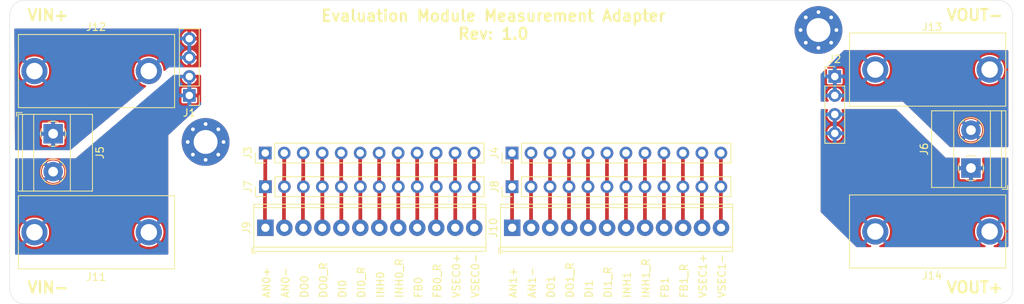
<source format=kicad_pcb>
(kicad_pcb (version 20211014) (generator pcbnew)
  (layers (0 "F.Cu" signal) (31 "B.Cu" signal) (34 "B.Paste" user) (35 "F.Paste" user) (36 "B.SilkS" user "B.Silkscreen") (37 "F.SilkS" user "F.Silkscreen") (38 "B.Mask" user) (39 "F.Mask" user) (44 "Edge.Cuts" user))
  (net 0 "")
  (net 1 "Net-(J1-Pad3)")
  (net 2 "Net-(J1-Pad1)")
  (net 3 "Net-(J3-Pad12)")
  (net 4 "Net-(J3-Pad11)")
  (net 5 "Net-(J3-Pad10)")
  (net 6 "Net-(J3-Pad9)")
  (net 7 "Net-(J3-Pad8)")
  (net 8 "Net-(J3-Pad7)")
  (net 9 "Net-(J3-Pad6)")
  (net 10 "Net-(J3-Pad5)")
  (net 11 "Net-(J3-Pad4)")
  (net 12 "Net-(J3-Pad3)")
  (net 13 "Net-(J3-Pad2)")
  (net 14 "Net-(J3-Pad1)")
  (net 15 "Net-(J14-Pad1)")
  (net 16 "Net-(J13-Pad1)")
  (net 17 "Net-(J10-Pad12)")
  (net 18 "Net-(J10-Pad11)")
  (net 19 "Net-(J10-Pad10)")
  (net 20 "Net-(J10-Pad9)")
  (net 21 "Net-(J10-Pad8)")
  (net 22 "Net-(J10-Pad7)")
  (net 23 "Net-(J10-Pad6)")
  (net 24 "Net-(J10-Pad5)")
  (net 25 "Net-(J10-Pad4)")
  (net 26 "Net-(J10-Pad3)")
  (net 27 "Net-(J10-Pad2)")
  (net 28 "Net-(J10-Pad1)")
  (footprint "MountingHole:MountingHole_3.2mm_M3_Pad_Via" (layer "F.Cu") (at 84 79)
    (fp_text reference "H1" hide)
    (fp_text value "MountingHole" hide)
    (pad "1" thru_hole circle locked (at 0 -2.4) (size 0.8 0.8) (drill 0.5) (layers *.Cu *.Mask))
    (pad "1" thru_hole circle locked (at 1.697056 1.697056) (size 0.8 0.8) (drill 0.5) (layers *.Cu *.Mask))
    (pad "1" thru_hole circle locked (at -1.697056 1.697056) (size 0.8 0.8) (drill 0.5) (layers *.Cu *.Mask))
    (pad "1" thru_hole circle locked (at 1.697056 -1.697056) (size 0.8 0.8) (drill 0.5) (layers *.Cu *.Mask))
    (pad "1" thru_hole circle locked (at 2.4 0) (size 0.8 0.8) (drill 0.5) (layers *.Cu *.Mask))
    (pad "1" thru_hole circle locked (at -2.4 0) (size 0.8 0.8) (drill 0.5) (layers *.Cu *.Mask))
    (pad "1" thru_hole circle locked (at 0 2.4) (size 0.8 0.8) (drill 0.5) (layers *.Cu *.Mask))
    (pad "1" thru_hole circle locked (at 0 0) (size 6.4 6.4) (drill 3.2) (layers *.Cu *.Mask))
    (pad "1" thru_hole circle locked (at -1.697056 -1.697056) (size 0.8 0.8) (drill 0.5) (layers *.Cu *.Mask))
  )
  (footprint "MountingHole:MountingHole_3.2mm_M3_Pad_Via" (layer "F.Cu") (at 166 64)
    (fp_text reference "H2" hide)
    (fp_text value "MountingHole" hide)
    (pad "1" thru_hole circle locked (at -2.4 0) (size 0.8 0.8) (drill 0.5) (layers *.Cu *.Mask))
    (pad "1" thru_hole circle locked (at 0 0) (size 6.4 6.4) (drill 3.2) (layers *.Cu *.Mask))
    (pad "1" thru_hole circle locked (at 2.4 0) (size 0.8 0.8) (drill 0.5) (layers *.Cu *.Mask))
    (pad "1" thru_hole circle locked (at 1.697056 1.697056) (size 0.8 0.8) (drill 0.5) (layers *.Cu *.Mask))
    (pad "1" thru_hole circle locked (at -1.697056 -1.697056) (size 0.8 0.8) (drill 0.5) (layers *.Cu *.Mask))
    (pad "1" thru_hole circle locked (at 0 2.4) (size 0.8 0.8) (drill 0.5) (layers *.Cu *.Mask))
    (pad "1" thru_hole circle locked (at -1.697056 1.697056) (size 0.8 0.8) (drill 0.5) (layers *.Cu *.Mask))
    (pad "1" thru_hole circle locked (at 1.697056 -1.697056) (size 0.8 0.8) (drill 0.5) (layers *.Cu *.Mask))
    (pad "1" thru_hole circle locked (at 0 -2.4) (size 0.8 0.8) (drill 0.5) (layers *.Cu *.Mask))
  )
  (footprint "Connector_PinHeader_2.54mm:PinHeader_1x04_P2.54mm_Vertical" (layer "F.Cu") (at 81.82 72.77 180)
    (fp_text reference "J1" (at 0 -2.33) (layer "F.SilkS"))
    (fp_text value "Conn_01x04_Female")
    (fp_line (start -1.33 8.95) (end 1.33 8.95) (layer "F.SilkS") (width 0.12))
    (fp_line (start -1.33 1.27) (end -1.33 8.95) (layer "F.SilkS") (width 0.12))
    (fp_line (start -1.33 -1.33) (end 0 -1.33) (layer "F.SilkS") (width 0.12))
    (fp_line (start 1.33 1.27) (end 1.33 8.95) (layer "F.SilkS") (width 0.12))
    (fp_line (start -1.33 0) (end -1.33 -1.33) (layer "F.SilkS") (width 0.12))
    (fp_line (start -1.33 1.27) (end 1.33 1.27) (layer "F.SilkS") (width 0.12))
    (pad "1" thru_hole rect locked (at 0 0 180) (size 1.7 1.7) (drill 1) (layers *.Cu *.Mask) (net 2 "Net-(J1-Pad1)"))
    (pad "2" thru_hole oval locked (at 0 2.54 180) (size 1.7 1.7) (drill 1) (layers *.Cu *.Mask) (net 2 "Net-(J1-Pad1)"))
    (pad "3" thru_hole oval locked (at 0 5.08 180) (size 1.7 1.7) (drill 1) (layers *.Cu *.Mask) (net 1 "Net-(J1-Pad3)"))
    (pad "4" thru_hole oval locked (at 0 7.62 180) (size 1.7 1.7) (drill 1) (layers *.Cu *.Mask) (net 1 "Net-(J1-Pad3)"))
  )
  (footprint "Connector_PinHeader_2.54mm:PinHeader_1x12_P2.54mm_Vertical" (layer "F.Cu") (at 91.98 80.48 90)
    (fp_text reference "J3" (at 0 -2.33 90) (layer "F.SilkS"))
    (fp_text value "Conn_01x12_Female")
    (fp_line (start -1.33 29.27) (end 1.33 29.27) (layer "F.SilkS") (width 0.12))
    (fp_line (start -1.33 1.27) (end -1.33 29.27) (layer "F.SilkS") (width 0.12))
    (fp_line (start -1.33 0) (end -1.33 -1.33) (layer "F.SilkS") (width 0.12))
    (fp_line (start 1.33 1.27) (end 1.33 29.27) (layer "F.SilkS") (width 0.12))
    (fp_line (start -1.33 -1.33) (end 0 -1.33) (layer "F.SilkS") (width 0.12))
    (fp_line (start -1.33 1.27) (end 1.33 1.27) (layer "F.SilkS") (width 0.12))
    (pad "1" thru_hole rect locked (at 0 0 90) (size 1.7 1.7) (drill 1) (layers *.Cu *.Mask) (net 14 "Net-(J3-Pad1)"))
    (pad "2" thru_hole oval locked (at 0 2.54 90) (size 1.7 1.7) (drill 1) (layers *.Cu *.Mask) (net 13 "Net-(J3-Pad2)"))
    (pad "3" thru_hole oval locked (at 0 5.08 90) (size 1.7 1.7) (drill 1) (layers *.Cu *.Mask) (net 12 "Net-(J3-Pad3)"))
    (pad "4" thru_hole oval locked (at 0 7.62 90) (size 1.7 1.7) (drill 1) (layers *.Cu *.Mask) (net 11 "Net-(J3-Pad4)"))
    (pad "5" thru_hole oval locked (at 0 10.16 90) (size 1.7 1.7) (drill 1) (layers *.Cu *.Mask) (net 10 "Net-(J3-Pad5)"))
    (pad "6" thru_hole oval locked (at 0 12.7 90) (size 1.7 1.7) (drill 1) (layers *.Cu *.Mask) (net 9 "Net-(J3-Pad6)"))
    (pad "7" thru_hole oval locked (at 0 15.24 90) (size 1.7 1.7) (drill 1) (layers *.Cu *.Mask) (net 8 "Net-(J3-Pad7)"))
    (pad "8" thru_hole oval locked (at 0 17.78 90) (size 1.7 1.7) (drill 1) (layers *.Cu *.Mask) (net 7 "Net-(J3-Pad8)"))
    (pad "9" thru_hole oval locked (at 0 20.32 90) (size 1.7 1.7) (drill 1) (layers *.Cu *.Mask) (net 6 "Net-(J3-Pad9)"))
    (pad "10" thru_hole oval locked (at 0 22.86 90) (size 1.7 1.7) (drill 1) (layers *.Cu *.Mask) (net 5 "Net-(J3-Pad10)"))
    (pad "11" thru_hole oval locked (at 0 25.4 90) (size 1.7 1.7) (drill 1) (layers *.Cu *.Mask) (net 4 "Net-(J3-Pad11)"))
    (pad "12" thru_hole oval locked (at 0 27.94 90) (size 1.7 1.7) (drill 1) (layers *.Cu *.Mask) (net 3 "Net-(J3-Pad12)"))
  )
  (footprint "Connector_PinHeader_2.54mm:PinHeader_1x12_P2.54mm_Vertical" (layer "F.Cu") (at 125 80.48 90)
    (fp_text reference "J4" (at 0 -2.33 90) (layer "F.SilkS"))
    (fp_text value "Conn_01x12_Female")
    (fp_line (start 1.33 1.27) (end 1.33 29.27) (layer "F.SilkS") (width 0.12))
    (fp_line (start -1.33 1.27) (end 1.33 1.27) (layer "F.SilkS") (width 0.12))
    (fp_line (start -1.33 -1.33) (end 0 -1.33) (layer "F.SilkS") (width 0.12))
    (fp_line (start -1.33 1.27) (end -1.33 29.27) (layer "F.SilkS") (width 0.12))
    (fp_line (start -1.33 0) (end -1.33 -1.33) (layer "F.SilkS") (width 0.12))
    (fp_line (start -1.33 29.27) (end 1.33 29.27) (layer "F.SilkS") (width 0.12))
    (pad "1" thru_hole rect locked (at 0 0 90) (size 1.7 1.7) (drill 1) (layers *.Cu *.Mask) (net 28 "Net-(J10-Pad1)"))
    (pad "2" thru_hole oval locked (at 0 2.54 90) (size 1.7 1.7) (drill 1) (layers *.Cu *.Mask) (net 27 "Net-(J10-Pad2)"))
    (pad "3" thru_hole oval locked (at 0 5.08 90) (size 1.7 1.7) (drill 1) (layers *.Cu *.Mask) (net 26 "Net-(J10-Pad3)"))
    (pad "4" thru_hole oval locked (at 0 7.62 90) (size 1.7 1.7) (drill 1) (layers *.Cu *.Mask) (net 25 "Net-(J10-Pad4)"))
    (pad "5" thru_hole oval locked (at 0 10.16 90) (size 1.7 1.7) (drill 1) (layers *.Cu *.Mask) (net 24 "Net-(J10-Pad5)"))
    (pad "6" thru_hole oval locked (at 0 12.7 90) (size 1.7 1.7) (drill 1) (layers *.Cu *.Mask) (net 23 "Net-(J10-Pad6)"))
    (pad "7" thru_hole oval locked (at 0 15.24 90) (size 1.7 1.7) (drill 1) (layers *.Cu *.Mask) (net 22 "Net-(J10-Pad7)"))
    (pad "8" thru_hole oval locked (at 0 17.78 90) (size 1.7 1.7) (drill 1) (layers *.Cu *.Mask) (net 21 "Net-(J10-Pad8)"))
    (pad "9" thru_hole oval locked (at 0 20.32 90) (size 1.7 1.7) (drill 1) (layers *.Cu *.Mask) (net 20 "Net-(J10-Pad9)"))
    (pad "10" thru_hole oval locked (at 0 22.86 90) (size 1.7 1.7) (drill 1) (layers *.Cu *.Mask) (net 19 "Net-(J10-Pad10)"))
    (pad "11" thru_hole oval locked (at 0 25.4 90) (size 1.7 1.7) (drill 1) (layers *.Cu *.Mask) (net 18 "Net-(J10-Pad11)"))
    (pad "12" thru_hole oval locked (at 0 27.94 90) (size 1.7 1.7) (drill 1) (layers *.Cu *.Mask) (net 17 "Net-(J10-Pad12)"))
  )
  (footprint "Connector_PinHeader_2.54mm:PinHeader_1x04_P2.54mm_Vertical" (layer "F.Cu") (at 168.18 70.23)
    (fp_text reference "J2" (at 0 -2.33) (layer "F.SilkS"))
    (fp_text value "Conn_01x04_Female")
    (fp_line (start -1.33 1.27) (end -1.33 8.95) (layer "F.SilkS") (width 0.12))
    (fp_line (start 1.33 1.27) (end 1.33 8.95) (layer "F.SilkS") (width 0.12))
    (fp_line (start -1.33 8.95) (end 1.33 8.95) (layer "F.SilkS") (width 0.12))
    (fp_line (start -1.33 0) (end -1.33 -1.33) (layer "F.SilkS") (width 0.12))
    (fp_line (start -1.33 1.27) (end 1.33 1.27) (layer "F.SilkS") (width 0.12))
    (fp_line (start -1.33 -1.33) (end 0 -1.33) (layer "F.SilkS") (width 0.12))
    (pad "1" thru_hole rect locked (at 0 0) (size 1.7 1.7) (drill 1) (layers *.Cu *.Mask) (net 16 "Net-(J13-Pad1)"))
    (pad "2" thru_hole oval locked (at 0 2.54) (size 1.7 1.7) (drill 1) (layers *.Cu *.Mask) (net 16 "Net-(J13-Pad1)"))
    (pad "3" thru_hole oval locked (at 0 5.08) (size 1.7 1.7) (drill 1) (layers *.Cu *.Mask) (net 15 "Net-(J14-Pad1)"))
    (pad "4" thru_hole oval locked (at 0 7.62) (size 1.7 1.7) (drill 1) (layers *.Cu *.Mask) (net 15 "Net-(J14-Pad1)"))
  )
  (footprint "TerminalBlock_Phoenix:TerminalBlock_Phoenix_MKDS-1,5-2-5.08_1x02_P5.08mm_Horizontal" (layer "F.Cu") (at 63.6 77.9 -90)
    (fp_text reference "J5" (at 2.54 -6.26 90) (layer "F.SilkS"))
    (fp_text value "Conn_01x02_Female")
    (fp_line (start -2.6 -5.261) (end -2.6 4.66) (layer "F.SilkS") (width 0.12))
    (fp_line (start 6.355 -1.069) (end 6.308 -1.023) (layer "F.SilkS") (width 0.12))
    (fp_line (start -2.84 4.9) (end -2.34 4.9) (layer "F.SilkS") (width 0.12))
    (fp_line (start 4.046 1.239) (end 4.011 1.274) (layer "F.SilkS") (width 0.12))
    (fp_line (start -2.6 4.66) (end 7.68 4.66) (layer "F.SilkS") (width 0.12))
    (fp_line (start -2.6 -5.261) (end 7.68 -5.261) (layer "F.SilkS") (width 0.12))
    (fp_line (start -2.6 2.6) (end 7.68 2.6) (layer "F.SilkS") (width 0.12))
    (fp_line (start -2.84 4.16) (end -2.84 4.9) (layer "F.SilkS") (width 0.12))
    (fp_line (start 7.68 -5.261) (end 7.68 4.66) (layer "F.SilkS") (width 0.12))
    (fp_line (start -2.6 -2.301) (end 7.68 -2.301) (layer "F.SilkS") (width 0.12))
    (fp_line (start 6.15 -1.275) (end 6.115 -1.239) (layer "F.SilkS") (width 0.12))
    (fp_line (start 3.853 1.023) (end 3.806 1.069) (layer "F.SilkS") (width 0.12))
    (fp_line (start -2.6 4.1) (end 7.68 4.1) (layer "F.SilkS") (width 0.12))
    (fp_arc (start 0.028805 1.680253) (mid -0.335551 1.646659) (end -0.684 1.535) (layer "F.SilkS") (width 0.12))
    (fp_arc (start -0.683042 -1.535427) (mid 0.000524 -1.680501) (end 0.684 -1.535) (layer "F.SilkS") (width 0.12))
    (fp_arc (start 1.535427 -0.683042) (mid 1.680501 0.000524) (end 1.535 0.684) (layer "F.SilkS") (width 0.12))
    (fp_arc (start 0.683318 1.534756) (mid 0.349292 1.643288) (end 0 1.68) (layer "F.SilkS") (width 0.12))
    (fp_arc (start -1.535427 0.683042) (mid -1.680501 -0.000524) (end -1.535 -0.684) (layer "F.SilkS") (width 0.12))
    (fp_circle (center 5.08 0) (end 6.76 0) (layer "F.SilkS") (width 0.12) (fill none))
    (pad "1" thru_hole rect locked (at 0 0 270) (size 2.6 2.6) (drill 1.3) (layers *.Cu *.Mask) (net 1 "Net-(J1-Pad3)"))
    (pad "2" thru_hole circle locked (at 5.08 0 270) (size 2.6 2.6) (drill 1.3) (layers *.Cu *.Mask) (net 2 "Net-(J1-Pad1)"))
  )
  (footprint "Connector_PinHeader_2.54mm:PinHeader_1x12_P2.54mm_Vertical" (layer "F.Cu") (at 92 85 90)
    (fp_text reference "J7" (at 0 -2.33 90) (layer "F.SilkS"))
    (fp_text value "Conn_01x12_Male")
    (fp_line (start -1.33 29.27) (end 1.33 29.27) (layer "F.SilkS") (width 0.12))
    (fp_line (start -1.33 1.27) (end 1.33 1.27) (layer "F.SilkS") (width 0.12))
    (fp_line (start -1.33 0) (end -1.33 -1.33) (layer "F.SilkS") (width 0.12))
    (fp_line (start -1.33 -1.33) (end 0 -1.33) (layer "F.SilkS") (width 0.12))
    (fp_line (start -1.33 1.27) (end -1.33 29.27) (layer "F.SilkS") (width 0.12))
    (fp_line (start 1.33 1.27) (end 1.33 29.27) (layer "F.SilkS") (width 0.12))
    (pad "1" thru_hole rect locked (at 0 0 90) (size 1.7 1.7) (drill 1) (layers *.Cu *.Mask) (net 14 "Net-(J3-Pad1)"))
    (pad "2" thru_hole oval locked (at 0 2.54 90) (size 1.7 1.7) (drill 1) (layers *.Cu *.Mask) (net 13 "Net-(J3-Pad2)"))
    (pad "3" thru_hole oval locked (at 0 5.08 90) (size 1.7 1.7) (drill 1) (layers *.Cu *.Mask) (net 12 "Net-(J3-Pad3)"))
    (pad "4" thru_hole oval locked (at 0 7.62 90) (size 1.7 1.7) (drill 1) (layers *.Cu *.Mask) (net 11 "Net-(J3-Pad4)"))
    (pad "5" thru_hole oval locked (at 0 10.16 90) (size 1.7 1.7) (drill 1) (layers *.Cu *.Mask) (net 10 "Net-(J3-Pad5)"))
    (pad "6" thru_hole oval locked (at 0 12.7 90) (size 1.7 1.7) (drill 1) (layers *.Cu *.Mask) (net 9 "Net-(J3-Pad6)"))
    (pad "7" thru_hole oval locked (at 0 15.24 90) (size 1.7 1.7) (drill 1) (layers *.Cu *.Mask) (net 8 "Net-(J3-Pad7)"))
    (pad "8" thru_hole oval locked (at 0 17.78 90) (size 1.7 1.7) (drill 1) (layers *.Cu *.Mask) (net 7 "Net-(J3-Pad8)"))
    (pad "9" thru_hole oval locked (at 0 20.32 90) (size 1.7 1.7) (drill 1) (layers *.Cu *.Mask) (net 6 "Net-(J3-Pad9)"))
    (pad "10" thru_hole oval locked (at 0 22.86 90) (size 1.7 1.7) (drill 1) (layers *.Cu *.Mask) (net 5 "Net-(J3-Pad10)"))
    (pad "11" thru_hole oval locked (at 0 25.4 90) (size 1.7 1.7) (drill 1) (layers *.Cu *.Mask) (net 4 "Net-(J3-Pad11)"))
    (pad "12" thru_hole oval locked (at 0 27.94 90) (size 1.7 1.7) (drill 1) (layers *.Cu *.Mask) (net 3 "Net-(J3-Pad12)"))
  )
  (footprint "Connector_PinHeader_2.54mm:PinHeader_1x12_P2.54mm_Vertical" (layer "F.Cu") (at 125 85 90)
    (fp_text reference "J8" (at 0 -2.33 90) (layer "F.SilkS"))
    (fp_text value "Conn_01x12_Male")
    (fp_line (start -1.33 0) (end -1.33 -1.33) (layer "F.SilkS") (width 0.12))
    (fp_line (start -1.33 -1.33) (end 0 -1.33) (layer "F.SilkS") (width 0.12))
    (fp_line (start -1.33 1.27) (end -1.33 29.27) (layer "F.SilkS") (width 0.12))
    (fp_line (start -1.33 1.27) (end 1.33 1.27) (layer "F.SilkS") (width 0.12))
    (fp_line (start -1.33 29.27) (end 1.33 29.27) (layer "F.SilkS") (width 0.12))
    (fp_line (start 1.33 1.27) (end 1.33 29.27) (layer "F.SilkS") (width 0.12))
    (pad "1" thru_hole rect locked (at 0 0 90) (size 1.7 1.7) (drill 1) (layers *.Cu *.Mask) (net 28 "Net-(J10-Pad1)"))
    (pad "2" thru_hole oval locked (at 0 2.54 90) (size 1.7 1.7) (drill 1) (layers *.Cu *.Mask) (net 27 "Net-(J10-Pad2)"))
    (pad "3" thru_hole oval locked (at 0 5.08 90) (size 1.7 1.7) (drill 1) (layers *.Cu *.Mask) (net 26 "Net-(J10-Pad3)"))
    (pad "4" thru_hole oval locked (at 0 7.62 90) (size 1.7 1.7) (drill 1) (layers *.Cu *.Mask) (net 25 "Net-(J10-Pad4)"))
    (pad "5" thru_hole oval locked (at 0 10.16 90) (size 1.7 1.7) (drill 1) (layers *.Cu *.Mask) (net 24 "Net-(J10-Pad5)"))
    (pad "6" thru_hole oval locked (at 0 12.7 90) (size 1.7 1.7) (drill 1) (layers *.Cu *.Mask) (net 23 "Net-(J10-Pad6)"))
    (pad "7" thru_hole oval locked (at 0 15.24 90) (size 1.7 1.7) (drill 1) (layers *.Cu *.Mask) (net 22 "Net-(J10-Pad7)"))
    (pad "8" thru_hole oval locked (at 0 17.78 90) (size 1.7 1.7) (drill 1) (layers *.Cu *.Mask) (net 21 "Net-(J10-Pad8)"))
    (pad "9" thru_hole oval locked (at 0 20.32 90) (size 1.7 1.7) (drill 1) (layers *.Cu *.Mask) (net 20 "Net-(J10-Pad9)"))
    (pad "10" thru_hole oval locked (at 0 22.86 90) (size 1.7 1.7) (drill 1) (layers *.Cu *.Mask) (net 19 "Net-(J10-Pad10)"))
    (pad "11" thru_hole oval locked (at 0 25.4 90) (size 1.7 1.7) (drill 1) (layers *.Cu *.Mask) (net 18 "Net-(J10-Pad11)"))
    (pad "12" thru_hole oval locked (at 0 27.94 90) (size 1.7 1.7) (drill 1) (layers *.Cu *.Mask) (net 17 "Net-(J10-Pad12)"))
  )
  (footprint "TerminalBlock_Phoenix:TerminalBlock_Phoenix_MPT-0,5-12-2.54_1x12_P2.54mm_Horizontal" (layer "F.Cu") (at 125.02 90.5)
    (fp_text reference "J10" (at -2.52 0 90) (layer "F.SilkS"))
    (fp_text value "Conn_01x12_Female")
    (fp_line (start -1.8 2.66) (end -1.8 3.4) (layer "F.SilkS") (width 0.12))
    (fp_line (start -1.56 -3.16) (end 29.501 -3.16) (layer "F.SilkS") (width 0.12))
    (fp_line (start -1.8 3.4) (end -1.3 3.4) (layer "F.SilkS") (width 0.12))
    (fp_line (start -1.56 2.6) (end 29.501 2.6) (layer "F.SilkS") (width 0.12))
    (fp_line (start 29.501 -3.16) (end 29.501 3.16) (layer "F.SilkS") (width 0.12))
    (fp_line (start -1.56 -3.16) (end -1.56 3.16) (layer "F.SilkS") (width 0.12))
    (fp_line (start -1.56 -2.7) (end 29.501 -2.7) (layer "F.SilkS") (width 0.12))
    (fp_line (start -1.56 3.16) (end 29.501 3.16) (layer "F.SilkS") (width 0.12))
    (pad "1" thru_hole rect locked (at 0 0) (size 2.2 2.2) (drill 1.1) (layers *.Cu *.Mask) (net 28 "Net-(J10-Pad1)"))
    (pad "2" thru_hole circle locked (at 2.54 0) (size 2.2 2.2) (drill 1.1) (layers *.Cu *.Mask) (net 27 "Net-(J10-Pad2)"))
    (pad "3" thru_hole circle locked (at 5.08 0) (size 2.2 2.2) (drill 1.1) (layers *.Cu *.Mask) (net 26 "Net-(J10-Pad3)"))
    (pad "4" thru_hole circle locked (at 7.62 0) (size 2.2 2.2) (drill 1.1) (layers *.Cu *.Mask) (net 25 "Net-(J10-Pad4)"))
    (pad "5" thru_hole circle locked (at 10.16 0) (size 2.2 2.2) (drill 1.1) (layers *.Cu *.Mask) (net 24 "Net-(J10-Pad5)"))
    (pad "6" thru_hole circle locked (at 12.7 0) (size 2.2 2.2) (drill 1.1) (layers *.Cu *.Mask) (net 23 "Net-(J10-Pad6)"))
    (pad "7" thru_hole circle locked (at 15.24 0) (size 2.2 2.2) (drill 1.1) (layers *.Cu *.Mask) (net 22 "Net-(J10-Pad7)"))
    (pad "8" thru_hole circle locked (at 17.78 0) (size 2.2 2.2) (drill 1.1) (layers *.Cu *.Mask) (net 21 "Net-(J10-Pad8)"))
    (pad "9" thru_hole circle locked (at 20.32 0) (size 2.2 2.2) (drill 1.1) (layers *.Cu *.Mask) (net 20 "Net-(J10-Pad9)"))
    (pad "10" thru_hole circle locked (at 22.86 0) (size 2.2 2.2) (drill 1.1) (layers *.Cu *.Mask) (net 19 "Net-(J10-Pad10)"))
    (pad "11" thru_hole circle locked (at 25.4 0) (size 2.2 2.2) (drill 1.1) (layers *.Cu *.Mask) (net 18 "Net-(J10-Pad11)"))
    (pad "12" thru_hole circle locked (at 27.94 0) (size 2.2 2.2) (drill 1.1) (layers *.Cu *.Mask) (net 17 "Net-(J10-Pad12)"))
  )
  (footprint "Connector:Banana_Jack_2Pin_V2" (layer "F.Cu") (at 76.4 91.1 180)
    (fp_text reference "J11" (at 7.05 -6) (layer "F.SilkS"))
    (fp_text value "Conn_01x01_Female")
    (fp_line (start -3.45 -4.9) (end -3.45 4.9) (layer "F.SilkS") (width 0.12))
    (fp_line (start 17.45 4.9) (end 17.45 0) (layer "F.SilkS") (width 0.12))
    (fp_line (start 17.45 -4.9) (end -3.45 -4.9) (layer "F.SilkS") (width 0.12))
    (fp_line (start -3.45 4.9) (end 17.45 4.9) (layer "F.SilkS") (width 0.12))
    (fp_line (start 17.45 0) (end 17.45 -4.9) (layer "F.SilkS") (width 0.12))
    (pad "1" thru_hole circle locked (at 15.3 0 180) (size 3.5 3.5) (drill 2.2) (layers *.Cu *.Mask) (net 2 "Net-(J1-Pad1)"))
    (pad "1" thru_hole circle locked (at 0 0 180) (size 3.5 3.5) (drill 2.2) (layers *.Cu *.Mask) (net 2 "Net-(J1-Pad1)"))
  )
  (footprint "Connector:Banana_Jack_2Pin_V2" (layer "F.Cu") (at 76.4 69.5 180)
    (fp_text reference "J12" (at 7.05 5.9) (layer "F.SilkS"))
    (fp_text value "Conn_01x01_Female")
    (fp_line (start -3.45 4.9) (end 17.45 4.9) (layer "F.SilkS") (width 0.12))
    (fp_line (start 17.45 0) (end 17.45 -4.9) (layer "F.SilkS") (width 0.12))
    (fp_line (start 17.45 -4.9) (end -3.45 -4.9) (layer "F.SilkS") (width 0.12))
    (fp_line (start -3.45 -4.9) (end -3.45 4.9) (layer "F.SilkS") (width 0.12))
    (fp_line (start 17.45 4.9) (end 17.45 0) (layer "F.SilkS") (width 0.12))
    (pad "1" thru_hole circle locked (at 15.3 0 180) (size 3.5 3.5) (drill 2.2) (layers *.Cu *.Mask) (net 1 "Net-(J1-Pad3)"))
    (pad "1" thru_hole circle locked (at 0 0 180) (size 3.5 3.5) (drill 2.2) (layers *.Cu *.Mask) (net 1 "Net-(J1-Pad3)"))
  )
  (footprint "TerminalBlock_Phoenix:TerminalBlock_Phoenix_MKDS-1,5-2-5.08_1x02_P5.08mm_Horizontal" (layer "F.Cu") (at 186.4 82.5 90)
    (fp_text reference "J6" (at 2.54 -6.26 90) (layer "F.SilkS"))
    (fp_text value "Conn_01x02_Female")
    (fp_line (start -2.6 4.66) (end 7.68 4.66) (layer "F.SilkS") (width 0.12))
    (fp_line (start -2.84 4.9) (end -2.34 4.9) (layer "F.SilkS") (width 0.12))
    (fp_line (start -2.6 4.1) (end 7.68 4.1) (layer "F.SilkS") (width 0.12))
    (fp_line (start -2.84 4.16) (end -2.84 4.9) (layer "F.SilkS") (width 0.12))
    (fp_line (start -2.6 -5.261) (end -2.6 4.66) (layer "F.SilkS") (width 0.12))
    (fp_line (start -2.6 -5.261) (end 7.68 -5.261) (layer "F.SilkS") (width 0.12))
    (fp_line (start 4.046 1.239) (end 4.011 1.274) (layer "F.SilkS") (width 0.12))
    (fp_line (start 6.15 -1.275) (end 6.115 -1.239) (layer "F.SilkS") (width 0.12))
    (fp_line (start -2.6 2.6) (end 7.68 2.6) (layer "F.SilkS") (width 0.12))
    (fp_line (start 6.355 -1.069) (end 6.308 -1.023) (layer "F.SilkS") (width 0.12))
    (fp_line (start 7.68 -5.261) (end 7.68 4.66) (layer "F.SilkS") (width 0.12))
    (fp_line (start 3.853 1.023) (end 3.806 1.069) (layer "F.SilkS") (width 0.12))
    (fp_line (start -2.6 -2.301) (end 7.68 -2.301) (layer "F.SilkS") (width 0.12))
    (fp_arc (start 0.028805 1.680253) (mid -0.335551 1.646659) (end -0.684 1.535) (layer "F.SilkS") (width 0.12))
    (fp_arc (start 1.535427 -0.683042) (mid 1.680501 0.000524) (end 1.535 0.684) (layer "F.SilkS") (width 0.12))
    (fp_arc (start -1.535427 0.683042) (mid -1.680501 -0.000524) (end -1.535 -0.684) (layer "F.SilkS") (width 0.12))
    (fp_arc (start -0.683042 -1.535427) (mid 0.000524 -1.680501) (end 0.684 -1.535) (layer "F.SilkS") (width 0.12))
    (fp_arc (start 0.683318 1.534756) (mid 0.349292 1.643288) (end 0 1.68) (layer "F.SilkS") (width 0.12))
    (fp_circle (center 5.08 0) (end 6.76 0) (layer "F.SilkS") (width 0.12) (fill none))
    (pad "1" thru_hole rect locked (at 0 0 90) (size 2.6 2.6) (drill 1.3) (layers *.Cu *.Mask) (net 15 "Net-(J14-Pad1)"))
    (pad "2" thru_hole circle locked (at 5.08 0 90) (size 2.6 2.6) (drill 1.3) (layers *.Cu *.Mask) (net 16 "Net-(J13-Pad1)"))
  )
  (footprint "Connector:Banana_Jack_2Pin_V2" (layer "F.Cu") (at 173.6 69.3)
    (fp_text reference "J13" (at 7.6 -5.7) (layer "F.SilkS"))
    (fp_text value "Conn_01x01_Female")
    (fp_line (start 17.45 4.9) (end 17.45 0) (layer "F.SilkS") (width 0.12))
    (fp_line (start 17.45 -4.9) (end -3.45 -4.9) (layer "F.SilkS") (width 0.12))
    (fp_line (start -3.45 4.9) (end 17.45 4.9) (layer "F.SilkS") (width 0.12))
    (fp_line (start -3.45 -4.9) (end -3.45 4.9) (layer "F.SilkS") (width 0.12))
    (fp_line (start 17.45 0) (end 17.45 -4.9) (layer "F.SilkS") (width 0.12))
    (pad "1" thru_hole circle locked (at 15.3 0) (size 3.5 3.5) (drill 2.2) (layers *.Cu *.Mask) (net 16 "Net-(J13-Pad1)"))
    (pad "1" thru_hole circle locked (at 0 0) (size 3.5 3.5) (drill 2.2) (layers *.Cu *.Mask) (net 16 "Net-(J13-Pad1)"))
  )
  (footprint "Connector:Banana_Jack_2Pin_V2" (layer "F.Cu") (at 173.6 91)
    (fp_text reference "J14" (at 7.6 5.9) (layer "F.SilkS"))
    (fp_text value "Conn_01x01_Female")
    (fp_line (start -3.45 4.9) (end 17.45 4.9) (layer "F.SilkS") (width 0.12))
    (fp_line (start 17.45 4.9) (end 17.45 0) (layer "F.SilkS") (width 0.12))
    (fp_line (start 17.45 0) (end 17.45 -4.9) (layer "F.SilkS") (width 0.12))
    (fp_line (start 17.45 -4.9) (end -3.45 -4.9) (layer "F.SilkS") (width 0.12))
    (fp_line (start -3.45 -4.9) (end -3.45 4.9) (layer "F.SilkS") (width 0.12))
    (pad "1" thru_hole circle locked (at 15.3 0) (size 3.5 3.5) (drill 2.2) (layers *.Cu *.Mask) (net 15 "Net-(J14-Pad1)"))
    (pad "1" thru_hole circle locked (at 0 0) (size 3.5 3.5) (drill 2.2) (layers *.Cu *.Mask) (net 15 "Net-(J14-Pad1)"))
  )
  (footprint "TerminalBlock_Phoenix:TerminalBlock_Phoenix_MPT-0,5-12-2.54_1x12_P2.54mm_Horizontal" (layer "F.Cu") (at 92 90.5)
    (fp_text reference "J9" (at -2.54 0 90) (layer "F.SilkS"))
    (fp_text value "Conn_01x12_Female")
    (fp_line (start -1.56 -3.16) (end 29.501 -3.16) (layer "F.SilkS") (width 0.12))
    (fp_line (start -1.8 2.66) (end -1.8 3.4) (layer "F.SilkS") (width 0.12))
    (fp_line (start -1.56 -2.7) (end 29.501 -2.7) (layer "F.SilkS") (width 0.12))
    (fp_line (start 29.501 -3.16) (end 29.501 3.16) (layer "F.SilkS") (width 0.12))
    (fp_line (start -1.56 -3.16) (end -1.56 3.16) (layer "F.SilkS") (width 0.12))
    (fp_line (start -1.56 2.6) (end 29.501 2.6) (layer "F.SilkS") (width 0.12))
    (fp_line (start -1.56 3.16) (end 29.501 3.16) (layer "F.SilkS") (width 0.12))
    (fp_line (start -1.8 3.4) (end -1.3 3.4) (layer "F.SilkS") (width 0.12))
    (pad "1" thru_hole rect locked (at 0 0) (size 2.2 2.2) (drill 1.1) (layers *.Cu *.Mask) (net 14 "Net-(J3-Pad1)"))
    (pad "2" thru_hole circle locked (at 2.54 0) (size 2.2 2.2) (drill 1.1) (layers *.Cu *.Mask) (net 13 "Net-(J3-Pad2)"))
    (pad "3" thru_hole circle locked (at 5.08 0) (size 2.2 2.2) (drill 1.1) (layers *.Cu *.Mask) (net 12 "Net-(J3-Pad3)"))
    (pad "4" thru_hole circle locked (at 7.62 0) (size 2.2 2.2) (drill 1.1) (layers *.Cu *.Mask) (net 11 "Net-(J3-Pad4)"))
    (pad "5" thru_hole circle locked (at 10.16 0) (size 2.2 2.2) (drill 1.1) (layers *.Cu *.Mask) (net 10 "Net-(J3-Pad5)"))
    (pad "6" thru_hole circle locked (at 12.7 0) (size 2.2 2.2) (drill 1.1) (layers *.Cu *.Mask) (net 9 "Net-(J3-Pad6)"))
    (pad "7" thru_hole circle locked (at 15.24 0) (size 2.2 2.2) (drill 1.1) (layers *.Cu *.Mask) (net 8 "Net-(J3-Pad7)"))
    (pad "8" thru_hole circle locked (at 17.78 0) (size 2.2 2.2) (drill 1.1) (layers *.Cu *.Mask) (net 7 "Net-(J3-Pad8)"))
    (pad "9" thru_hole circle locked (at 20.32 0) (size 2.2 2.2) (drill 1.1) (layers *.Cu *.Mask) (net 6 "Net-(J3-Pad9)"))
    (pad "10" thru_hole circle locked (at 22.86 0) (size 2.2 2.2) (drill 1.1) (layers *.Cu *.Mask) (net 5 "Net-(J3-Pad10)"))
    (pad "11" thru_hole circle locked (at 25.4 0) (size 2.2 2.2) (drill 1.1) (layers *.Cu *.Mask) (net 4 "Net-(J3-Pad11)"))
    (pad "12" thru_hole circle locked (at 27.94 0) (size 2.2 2.2) (drill 1.1) (layers *.Cu *.Mask) (net 3 "Net-(J3-Pad12)"))
  )
  (gr_line (start 57.8 81) (end 57.8 62) (layer "Edge.Cuts") (width 0.05))
  (gr_arc (start 190 60) (mid 191.414214 60.585786) (end 192 62) (layer "Edge.Cuts") (width 0.05))
  (gr_line (start 57.8 91.5) (end 57.8 81) (layer "Edge.Cuts") (width 0.05))
  (gr_line (start 187.7 60) (end 187.5 60) (layer "Edge.Cuts") (width 0.05))
  (gr_line (start 189.7 60) (end 187.7 60) (layer "Edge.Cuts") (width 0.05))
  (gr_line (start 190 60) (end 189.7 60) (layer "Edge.Cuts") (width 0.05))
  (gr_line (start 192 91.5) (end 192 96.8) (layer "Edge.Cuts") (width 0.05))
  (gr_line (start 168 60) (end 187.5 60) (layer "Edge.Cuts") (width 0.05))
  (gr_line (start 57.8 91.5) (end 57.8 96.8) (layer "Edge.Cuts") (width 0.05))
  (gr_line (start 82 60) (end 59.8 60) (layer "Edge.Cuts") (width 0.05))
  (gr_line (start 168 100.7) (end 187.5 100.7) (layer "Edge.Cuts") (width 0.05))
  (gr_line (start 59.8 100.7) (end 82 100.7) (layer "Edge.Cuts") (width 0.05))
  (gr_line (start 190 100.7) (end 189.7 100.7) (layer "Edge.Cuts") (width 0.05))
  (gr_line (start 189.7 100.7) (end 187.7 100.7) (layer "Edge.Cuts") (width 0.05))
  (gr_line (start 187.7 100.7) (end 187.5 100.7) (layer "Edge.Cuts") (width 0.05))
  (gr_arc (start 192 98.7) (mid 191.414214 100.114214) (end 190 100.7) (layer "Edge.Cuts") (width 0.05))
  (gr_arc (start 59.8 100.7) (mid 58.385786 100.114214) (end 57.8 98.7) (layer "Edge.Cuts") (width 0.05))
  (gr_line (start 168 100.7) (end 82 100.7) (layer "Edge.Cuts") (width 0.05))
  (gr_line (start 57.8 96.8) (end 57.8 98.7) (layer "Edge.Cuts") (width 0.05))
  (gr_line (start 192 96.8) (end 192 98.7) (layer "Edge.Cuts") (width 0.05))
  (gr_line (start 192 91.5) (end 192 81) (layer "Edge.Cuts") (width 0.05))
  (gr_line (start 192 62) (end 192 81) (layer "Edge.Cuts") (width 0.05))
  (gr_arc (start 57.8 62) (mid 58.385786 60.585786) (end 59.8 60) (layer "Edge.Cuts") (width 0.05))
  (gr_line (start 82 60) (end 168 60) (layer "Edge.Cuts") (width 0.05))
  (gr_text "AN0-" (at 94.688 100 90) (layer "F.SilkS") (effects (font (size 1 1)) (justify left)))
  (gr_text "VSEC0-" (at 120.088 100 90) (layer "F.SilkS") (effects (font (size 1 1)) (justify left)))
  (gr_text "VSEC1+" (at 150.536 100 90) (layer "F.SilkS") (effects (font (size 1 1)) (justify left)))
  (gr_text "VSEC1-" (at 153.076 100 90) (layer "F.SilkS") (effects (font (size 1 1)) (justify left)))
  (gr_text "FB1_R" (at 147.996 100 90) (layer "F.SilkS") (effects (font (size 1 1)) (justify left)))
  (gr_text "AN1+" (at 125.136 100 90) (layer "F.SilkS") (effects (font (size 1 1)) (justify left)))
  (gr_text "AN1-" (at 127.676 100 90) (layer "F.SilkS") (effects (font (size 1 1)) (justify left)))
  (gr_text "INH1" (at 140.376 100 90) (layer "F.SilkS") (effects (font (size 1 1)) (justify left)))
  (gr_text "INH1_R" (at 142.916 100 90) (layer "F.SilkS") (effects (font (size 1 1)) (justify left)))
  (gr_text "DO1_R\n" (at 132.756 100 90) (layer "F.SilkS") (effects (font (size 1 1)) (justify left)))
  (gr_text "DI1_R" (at 137.836 100 90) (layer "F.SilkS") (effects (font (size 1 1)) (justify left)))
  (gr_text "DO1" (at 130.216 100 90) (layer "F.SilkS") (effects (font (size 1 1)) (justify left)))
  (gr_text "DO0" (at 97.228 100 90) (layer "F.SilkS") (effects (font (size 1 1)) (justify left)))
  (gr_text "DI0" (at 102.308 100 90) (layer "F.SilkS") (effects (font (size 1 1)) (justify left)))
  (gr_text "DI1" (at 135.296 100 90) (layer "F.SilkS") (effects (font (size 1 1)) (justify left)))
  (gr_text "FB1" (at 145.456 100 90) (layer "F.SilkS") (effects (font (size 1 1)) (justify left)))
  (gr_text "DO0_R\n" (at 99.768 100 90) (layer "F.SilkS") (effects (font (size 1 1)) (justify left)))
  (gr_text "FB0" (at 112.468 100 90) (layer "F.SilkS") (effects (font (size 1 1)) (justify left)))
  (gr_text "VOUT+" (at 183 98.5) (layer "F.SilkS") (effects (font (size 1.5 1.5) (thickness 0.3)) (justify left)))
  (gr_text "VIN-" (at 60 98.5) (layer "F.SilkS") (effects (font (size 1.5 1.5) (thickness 0.3)) (justify left)))
  (gr_text "VIN+" (at 60 62) (layer "F.SilkS") (effects (font (size 1.5 1.5) (thickness 0.3)) (justify left)))
  (gr_text "DI0_R" (at 104.848 100 90) (layer "F.SilkS") (effects (font (size 1 1)) (justify left)))
  (gr_text "AN0+" (at 92.148 100 90) (layer "F.SilkS") (effects (font (size 1 1)) (justify left)))
  (gr_text "INH0" (at 107.388 100 90) (layer "F.SilkS") (effects (font (size 1 1)) (justify left)))
  (gr_text "VSEC0+" (at 117.548 100 90) (layer "F.SilkS") (effects (font (size 1 1)) (justify left)))
  (gr_text "Evaluation Module Measurement Adapter\nRev: 1.0\n" (at 122.5 63.3) (layer "F.SilkS") (effects (font (size 1.5 1.5) (thickness 0.3))))
  (gr_text "FB0_R" (at 115 100 90) (layer "F.SilkS") (effects (font (size 1 1)) (justify left)))
  (gr_text "INH0_R" (at 109.928 100 90) (layer "F.SilkS") (effects (font (size 1 1)) (justify left)))
  (gr_text "VOUT-" (at 183 62) (layer "F.SilkS") (effects (font (size 1.5 1.5) (thickness 0.3)) (justify left)))
  (segment (start 119.94 89.64) (end 119.88 89.7) (width 0.5) (layer "F.Cu") (net 3))
  (segment (start 119.92 84.18) (end 119.94 84.2) (width 0.5) (layer "F.Cu") (net 3))
  (segment (start 119.94 84.2) (end 119.94 89.64) (width 0.5) (layer "F.Cu") (net 3))
  (segment (start 119.92 80.48) (end 119.92 84.18) (width 0.5) (layer "F.Cu") (net 3))
  (segment (start 117.4 89.64) (end 117.34 89.7) (width 0.5) (layer "F.Cu") (net 4))
  (segment (start 117.38 80.48) (end 117.38 84.18) (width 0.5) (layer "F.Cu") (net 4))
  (segment (start 117.38 84.18) (end 117.4 84.2) (width 0.5) (layer "F.Cu") (net 4))
  (segment (start 117.4 84.2) (end 117.4 89.64) (width 0.5) (layer "F.Cu") (net 4))
  (segment (start 114.84 84.18) (end 114.86 84.2) (width 0.5) (layer "F.Cu") (net 5))
  (segment (start 114.86 84.2) (end 114.86 89.64) (width 0.5) (layer "F.Cu") (net 5))
  (segment (start 114.84 80.48) (end 114.84 84.18) (width 0.5) (layer "F.Cu") (net 5))
  (segment (start 114.86 89.64) (end 114.8 89.7) (width 0.5) (layer "F.Cu") (net 5))
  (segment (start 112.32 89.64) (end 112.26 89.7) (width 0.5) (layer "F.Cu") (net 6))
  (segment (start 112.3 84.18) (end 112.32 84.2) (width 0.5) (layer "F.Cu") (net 6))
  (segment (start 112.32 84.2) (end 112.32 89.64) (width 0.5) (layer "F.Cu") (net 6))
  (segment (start 112.3 80.48) (end 112.3 84.18) (width 0.5) (layer "F.Cu") (net 6))
  (segment (start 109.78 89.64) (end 109.72 89.7) (width 0.5) (layer "F.Cu") (net 7))
  (segment (start 109.78 84.2) (end 109.78 89.64) (width 0.5) (layer "F.Cu") (net 7))
  (segment (start 109.76 80.48) (end 109.76 84.18) (width 0.5) (layer "F.Cu") (net 7))
  (segment (start 109.76 84.18) (end 109.78 84.2) (width 0.5) (layer "F.Cu") (net 7))
  (segment (start 107.22 84.18) (end 107.24 84.2) (width 0.5) (layer "F.Cu") (net 8))
  (segment (start 107.22 80.48) (end 107.22 84.18) (width 0.5) (layer "F.Cu") (net 8))
  (segment (start 107.24 89.64) (end 107.18 89.7) (width 0.5) (layer "F.Cu") (net 8))
  (segment (start 107.24 84.2) (end 107.24 89.64) (width 0.5) (layer "F.Cu") (net 8))
  (segment (start 104.7 84.2) (end 104.7 89.64) (width 0.5) (layer "F.Cu") (net 9))
  (segment (start 104.68 84.18) (end 104.7 84.2) (width 0.5) (layer "F.Cu") (net 9))
  (segment (start 104.68 80.48) (end 104.68 84.18) (width 0.5) (layer "F.Cu") (net 9))
  (segment (start 104.7 89.64) (end 104.64 89.7) (width 0.5) (layer "F.Cu") (net 9))
  (segment (start 102.14 80.48) (end 102.14 84.18) (width 0.5) (layer "F.Cu") (net 10))
  (segment (start 102.14 84.18) (end 102.16 84.2) (width 0.5) (layer "F.Cu") (net 10))
  (segment (start 102.16 89.64) (end 102.1 89.7) (width 0.5) (layer "F.Cu") (net 10))
  (segment (start 102.16 84.2) (end 102.16 89.64) (width 0.5) (layer "F.Cu") (net 10))
  (segment (start 99.62 84.2) (end 99.62 89.64) (width 0.5) (layer "F.Cu") (net 11))
  (segment (start 99.6 80.48) (end 99.6 84.16) (width 0.5) (layer "F.Cu") (net 11))
  (segment (start 99.62 89.64) (end 99.56 89.7) (width 0.5) (layer "F.Cu") (net 11))
  (segment (start 99.6 84.16) (end 99.56 84.2) (width 0.5) (layer "F.Cu") (net 11))
  (segment (start 97.06 84.16) (end 97.02 84.2) (width 0.5) (layer "F.Cu") (net 12))
  (segment (start 97.02 84.2) (end 97.02 89.7) (width 0.5) (layer "F.Cu") (net 12))
  (segment (start 97.06 80.48) (end 97.06 84.16) (width 0.5) (layer "F.Cu") (net 12))
  (segment (start 94.48 84.2) (end 94.48 89.7) (width 0.5) (layer "F.Cu") (net 13))
  (segment (start 94.52 84.16) (end 94.48 84.2) (width 0.5) (layer "F.Cu") (net 13))
  (segment (start 94.52 80.48) (end 94.52 84.16) (width 0.5) (layer "F.Cu") (net 13))
  (segment (start 91.98 80.48) (end 91.98 84.16) (width 0.5) (layer "F.Cu") (net 14))
  (segment (start 91.94 84.2) (end 91.94 89.7) (width 0.5) (layer "F.Cu") (net 14))
  (segment (start 91.98 84.16) (end 91.94 84.2) (width 0.5) (layer "F.Cu") (net 14))
  (segment (start 152.94 84.2) (end 152.94 89.68) (width 0.5) (layer "F.Cu") (net 17))
  (segment (start 152.94 80.48) (end 152.94 84.2) (width 0.5) (layer "F.Cu") (net 17))
  (segment (start 152.94 89.68) (end 152.96 89.7) (width 0.5) (layer "F.Cu") (net 17))
  (segment (start 150.4 80.48) (end 150.4 84.2) (width 0.5) (layer "F.Cu") (net 18))
  (segment (start 150.4 89.68) (end 150.42 89.7) (width 0.5) (layer "F.Cu") (net 18))
  (segment (start 150.4 84.2) (end 150.4 89.68) (width 0.5) (layer "F.Cu") (net 18))
  (segment (start 147.86 80.48) (end 147.86 84.2) (width 0.5) (layer "F.Cu") (net 19))
  (segment (start 147.86 84.2) (end 147.86 89.68) (width 0.5) (layer "F.Cu") (net 19))
  (segment (start 147.86 89.68) (end 147.88 89.7) (width 0.5) (layer "F.Cu") (net 19))
  (segment (start 145.32 80.48) (end 145.32 84.2) (width 0.5) (layer "F.Cu") (net 20))
  (segment (start 145.32 84.2) (end 145.32 89.68) (width 0.5) (layer "F.Cu") (net 20))
  (segment (start 145.32 89.68) (end 145.34 89.7) (width 0.5) (layer "F.Cu") (net 20))
  (segment (start 142.78 80.48) (end 142.78 84.2) (width 0.5) (layer "F.Cu") (net 21))
  (segment (start 142.78 84.2) (end 142.78 89.68) (width 0.5) (layer "F.Cu") (net 21))
  (segment (start 142.78 89.68) (end 142.8 89.7) (width 0.5) (layer "F.Cu") (net 21))
  (segment (start 140.24 80.48) (end 140.24 84.2) (width 0.5) (layer "F.Cu") (net 22))
  (segment (start 140.24 89.68) (end 140.26 89.7) (width 0.5) (layer "F.Cu") (net 22))
  (segment (start 140.24 84.2) (end 140.24 89.68) (width 0.5) (layer "F.Cu") (net 22))
  (segment (start 137.7 89.68) (end 137.72 89.7) (width 0.5) (layer "F.Cu") (net 23))
  (segment (start 137.7 80.48) (end 137.7 84.2) (width 0.5) (layer "F.Cu") (net 23))
  (segment (start 137.7 84.2) (end 137.7 89.68) (width 0.5) (layer "F.Cu") (net 23))
  (segment (start 135.16 84.2) (end 135.16 89.68) (width 0.5) (layer "F.Cu") (net 24))
  (segment (start 135.16 80.48) (end 135.16 84.2) (width 0.5) (layer "F.Cu") (net 24))
  (segment (start 135.16 89.68) (end 135.18 89.7) (width 0.5) (layer "F.Cu") (net 24))
  (segment (start 132.62 84.2) (end 132.62 89.68) (width 0.5) (layer "F.Cu") (net 25))
  (segment (start 132.62 80.48) (end 132.62 84.2) (width 0.5) (layer "F.Cu") (net 25))
  (segment (start 132.62 89.68) (end 132.64 89.7) (width 0.5) (layer "F.Cu") (net 25))
  (segment (start 130.08 80.48) (end 130.08 84.2) (width 0.5) (layer "F.Cu") (net 26))
  (segment (start 130.08 89.68) (end 130.1 89.7) (width 0.5) (layer "F.Cu") (net 26))
  (segment (start 130.08 84.2) (end 130.08 89.68) (width 0.5) (layer "F.Cu") (net 26))
  (segment (start 127.54 84.2) (end 127.54 89.68) (width 0.5) (layer "F.Cu") (net 27))
  (segment (start 127.54 80.48) (end 127.54 84.2) (width 0.5) (layer "F.Cu") (net 27))
  (segment (start 127.54 89.68) (end 127.56 89.7) (width 0.5) (layer "F.Cu") (net 27))
  (segment (start 125 80.48) (end 125 84.2) (width 0.5) (layer "F.Cu") (net 28))
  (segment (start 125 84.2) (end 125 89.68) (width 0.5) (layer "F.Cu") (net 28))
  (segment (start 125 89.68) (end 125.02 89.7) (width 0.5) (layer "F.Cu") (net 28))
  (zone (net 16) (net_name "Net-(J13-Pad1)") (layer "F.Cu") (connect_pads (clearance 0.2)) (min_thickness 0.254) (fill yes (thermal_gap 0.2) (thermal_bridge_width 0.508))
    (polygon (pts (xy 191.4 79.7) (xy 183.6 79.7) (xy 177.3 73.6) (xy 166.3 73.6) (xy 166.3 69.9) (xy 169.4 66.7) (xy 191.4 66.7)))
  )
  (zone (net 1) (net_name "Net-(J1-Pad3)") (layer "F.Cu") (connect_pads (clearance 0.2)) (min_thickness 0.254) (fill yes (thermal_gap 0.2) (thermal_bridge_width 0.508))
    (polygon (pts (xy 83.4 63.8) (xy 83.4 69) (xy 79.1 69) (xy 65.9 80.1) (xy 58.5 80.1) (xy 58.4 63.8)))
  )
  (zone (net 15) (net_name "Net-(J14-Pad1)") (layer "F.Cu") (connect_pads (clearance 0.2)) (min_thickness 0.254) (fill yes (thermal_gap 0.2) (thermal_bridge_width 0.508))
    (polygon (pts (xy 183 81.1) (xy 191.4 81.1) (xy 191.4 93.1) (xy 171.1 93.1) (xy 166.3 88.4) (xy 166.3 74.6) (xy 176.4 74.6)))
  )
  (zone (net 2) (net_name "Net-(J1-Pad1)") (layer "F.Cu") (connect_pads (clearance 0.2)) (min_thickness 0.254) (fill yes (thermal_gap 0.2) (thermal_bridge_width 0.508))
    (polygon (pts (xy 83.4 74) (xy 79 78.1) (xy 79 94.1) (xy 58.5 94.1) (xy 58.525 81.2) (xy 66.6 81.2) (xy 79.75 70) (xy 83.4 70)))
  )
  (zone (net 2) (net_name "Net-(J1-Pad1)") (layer "B.Cu") (connect_pads (clearance 0.2)) (min_thickness 0.254) (fill yes (thermal_gap 0.508) (thermal_bridge_width 0.508))
    (polygon (pts (xy 83.4 74) (xy 79 78.1) (xy 79 94.1) (xy 58.5 94.1) (xy 58.5 81.2) (xy 66.6 81.2) (xy 79.7 70) (xy 83.4 70)))
  )
  (zone (net 1) (net_name "Net-(J1-Pad3)") (layer "B.Cu") (connect_pads (clearance 0.2)) (min_thickness 0.254) (fill yes (thermal_gap 0.508) (thermal_bridge_width 0.508))
    (polygon (pts (xy 83.4 69) (xy 79.1 69) (xy 65.9 80.1) (xy 58.5 80.1) (xy 58.4 63.8) (xy 83.4 63.8)))
  )
  (zone (net 15) (net_name "Net-(J14-Pad1)") (layer "B.Cu") (connect_pads (clearance 0.2)) (min_thickness 0.254) (fill yes (thermal_gap 0.508) (thermal_bridge_width 0.508))
    (polygon (pts (xy 183 81.1) (xy 191.4 81.1) (xy 191.4 93.1) (xy 171.1 93.1) (xy 166.3 88.4) (xy 166.3 74.6) (xy 176.4 74.6)))
  )
  (zone (net 16) (net_name "Net-(J13-Pad1)") (layer "B.Cu") (connect_pads (clearance 0.2)) (min_thickness 0.254) (fill yes (thermal_gap 0.508) (thermal_bridge_width 0.508))
    (polygon (pts (xy 191.4 79.7) (xy 183.6 79.7) (xy 177.3 73.6) (xy 166.3 73.6) (xy 166.3 69.9) (xy 169.4 66.7) (xy 191.4 66.7)))
  )
)
</source>
